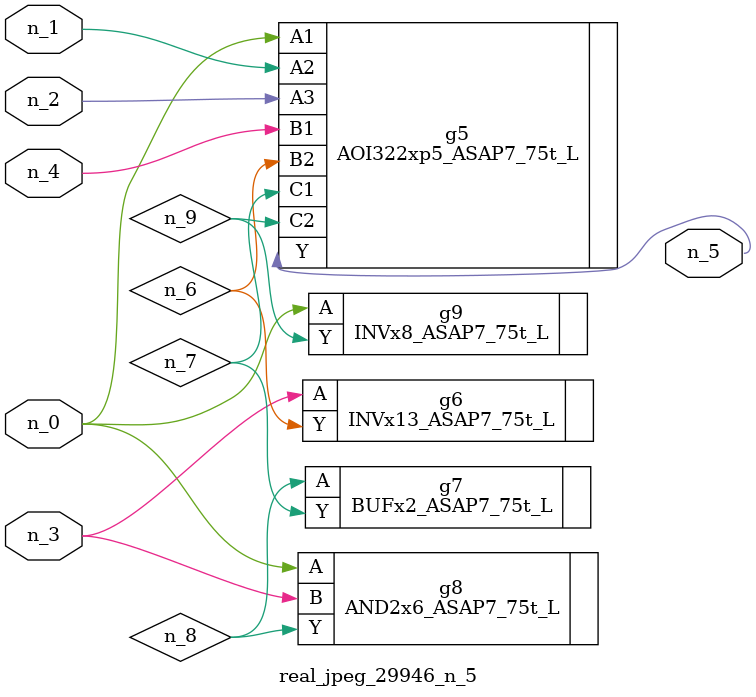
<source format=v>
module real_jpeg_29946_n_5 (n_4, n_0, n_1, n_2, n_3, n_5);

input n_4;
input n_0;
input n_1;
input n_2;
input n_3;

output n_5;

wire n_8;
wire n_6;
wire n_7;
wire n_9;

AOI322xp5_ASAP7_75t_L g5 ( 
.A1(n_0),
.A2(n_1),
.A3(n_2),
.B1(n_4),
.B2(n_6),
.C1(n_7),
.C2(n_9),
.Y(n_5)
);

AND2x6_ASAP7_75t_L g8 ( 
.A(n_0),
.B(n_3),
.Y(n_8)
);

INVx8_ASAP7_75t_L g9 ( 
.A(n_0),
.Y(n_9)
);

INVx13_ASAP7_75t_L g6 ( 
.A(n_3),
.Y(n_6)
);

BUFx2_ASAP7_75t_L g7 ( 
.A(n_8),
.Y(n_7)
);


endmodule
</source>
